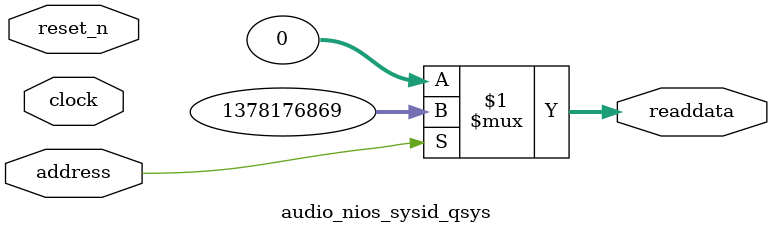
<source format=v>

`timescale 1ns / 1ps
// synthesis translate_on

// turn off superfluous verilog processor warnings 
// altera message_level Level1 
// altera message_off 10034 10035 10036 10037 10230 10240 10030 

module audio_nios_sysid_qsys (
               // inputs:
                address,
                clock,
                reset_n,

               // outputs:
                readdata
             )
;

  output  [ 31: 0] readdata;
  input            address;
  input            clock;
  input            reset_n;

  wire    [ 31: 0] readdata;
  //control_slave, which is an e_avalon_slave
  assign readdata = address ? 1378176869 : 0;

endmodule




</source>
